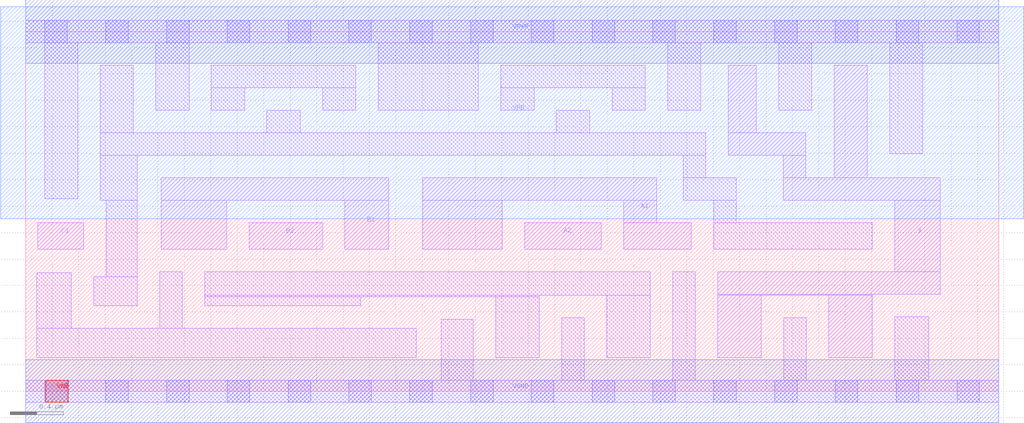
<source format=lef>
# Copyright 2020 The SkyWater PDK Authors
#
# Licensed under the Apache License, Version 2.0 (the "License");
# you may not use this file except in compliance with the License.
# You may obtain a copy of the License at
#
#     https://www.apache.org/licenses/LICENSE-2.0
#
# Unless required by applicable law or agreed to in writing, software
# distributed under the License is distributed on an "AS IS" BASIS,
# WITHOUT WARRANTIES OR CONDITIONS OF ANY KIND, either express or implied.
# See the License for the specific language governing permissions and
# limitations under the License.
#
# SPDX-License-Identifier: Apache-2.0

VERSION 5.7 ;
  NOWIREEXTENSIONATPIN ON ;
  DIVIDERCHAR "/" ;
  BUSBITCHARS "[]" ;
MACRO sky130_fd_sc_hd__o221a_4
  CLASS CORE ;
  FOREIGN sky130_fd_sc_hd__o221a_4 ;
  ORIGIN  0.000000  0.000000 ;
  SIZE  7.360000 BY  2.720000 ;
  SYMMETRY X Y R90 ;
  SITE unithd ;
  PIN A1
    ANTENNAGATEAREA  0.495000 ;
    DIRECTION INPUT ;
    USE SIGNAL ;
    PORT
      LAYER li1 ;
        RECT 3.005000 1.075000 3.605000 1.445000 ;
        RECT 3.005000 1.445000 4.775000 1.615000 ;
        RECT 4.525000 1.075000 5.035000 1.275000 ;
        RECT 4.525000 1.275000 4.775000 1.445000 ;
    END
  END A1
  PIN A2
    ANTENNAGATEAREA  0.495000 ;
    DIRECTION INPUT ;
    USE SIGNAL ;
    PORT
      LAYER li1 ;
        RECT 3.775000 1.075000 4.355000 1.275000 ;
    END
  END A2
  PIN B1
    ANTENNAGATEAREA  0.495000 ;
    DIRECTION INPUT ;
    USE SIGNAL ;
    PORT
      LAYER li1 ;
        RECT 1.025000 1.075000 1.520000 1.445000 ;
        RECT 1.025000 1.445000 2.745000 1.615000 ;
        RECT 2.415000 1.075000 2.745000 1.445000 ;
    END
  END B1
  PIN B2
    ANTENNAGATEAREA  0.495000 ;
    DIRECTION INPUT ;
    USE SIGNAL ;
    PORT
      LAYER li1 ;
        RECT 1.690000 1.075000 2.245000 1.275000 ;
    END
  END B2
  PIN C1
    ANTENNAGATEAREA  0.495000 ;
    DIRECTION INPUT ;
    USE SIGNAL ;
    PORT
      LAYER li1 ;
        RECT 0.090000 1.075000 0.440000 1.275000 ;
    END
  END C1
  PIN VNB
    PORT
      LAYER pwell ;
        RECT 0.150000 -0.085000 0.320000 0.085000 ;
    END
  END VNB
  PIN VPB
    PORT
      LAYER nwell ;
        RECT -0.190000 1.305000 7.550000 2.910000 ;
    END
  END VPB
  PIN X
    ANTENNADIFFAREA  0.891000 ;
    DIRECTION OUTPUT ;
    USE SIGNAL ;
    PORT
      LAYER li1 ;
        RECT 5.235000 0.255000 5.565000 0.725000 ;
        RECT 5.235000 0.725000 6.405000 0.735000 ;
        RECT 5.235000 0.735000 6.920000 0.905000 ;
        RECT 5.315000 1.785000 5.900000 1.955000 ;
        RECT 5.315000 1.955000 5.525000 2.465000 ;
        RECT 5.730000 1.445000 6.920000 1.615000 ;
        RECT 5.730000 1.615000 5.900000 1.785000 ;
        RECT 6.075000 0.255000 6.405000 0.725000 ;
        RECT 6.115000 1.615000 6.365000 2.465000 ;
        RECT 6.575000 0.905000 6.920000 1.445000 ;
    END
  END X
  PIN VGND
    DIRECTION INOUT ;
    SHAPE ABUTMENT ;
    USE GROUND ;
    PORT
      LAYER met1 ;
        RECT 0.000000 -0.240000 7.360000 0.240000 ;
    END
  END VGND
  PIN VPWR
    DIRECTION INOUT ;
    SHAPE ABUTMENT ;
    USE POWER ;
    PORT
      LAYER met1 ;
        RECT 0.000000 2.480000 7.360000 2.960000 ;
    END
  END VPWR
  OBS
    LAYER li1 ;
      RECT 0.000000 -0.085000 7.360000 0.085000 ;
      RECT 0.000000  2.635000 7.360000 2.805000 ;
      RECT 0.085000  0.255000 2.955000 0.475000 ;
      RECT 0.085000  0.475000 0.345000 0.895000 ;
      RECT 0.145000  1.455000 0.395000 2.635000 ;
      RECT 0.515000  0.645000 0.845000 0.865000 ;
      RECT 0.565000  1.445000 0.845000 1.785000 ;
      RECT 0.565000  1.785000 5.145000 1.955000 ;
      RECT 0.565000  1.955000 0.815000 2.465000 ;
      RECT 0.610000  0.865000 0.845000 1.445000 ;
      RECT 0.985000  2.125000 1.235000 2.635000 ;
      RECT 1.015000  0.475000 1.185000 0.905000 ;
      RECT 1.355000  0.645000 2.535000 0.715000 ;
      RECT 1.355000  0.715000 3.885000 0.725000 ;
      RECT 1.355000  0.725000 4.725000 0.905000 ;
      RECT 1.405000  2.125000 1.655000 2.295000 ;
      RECT 1.405000  2.295000 2.495000 2.465000 ;
      RECT 1.825000  1.955000 2.075000 2.125000 ;
      RECT 2.245000  2.125000 2.495000 2.295000 ;
      RECT 2.665000  2.125000 3.425000 2.635000 ;
      RECT 3.145000  0.085000 3.385000 0.545000 ;
      RECT 3.555000  0.255000 3.885000 0.715000 ;
      RECT 3.595000  2.125000 3.845000 2.295000 ;
      RECT 3.595000  2.295000 4.685000 2.465000 ;
      RECT 4.015000  1.955000 4.265000 2.125000 ;
      RECT 4.055000  0.085000 4.225000 0.555000 ;
      RECT 4.395000  0.255000 4.725000 0.725000 ;
      RECT 4.435000  2.125000 4.685000 2.295000 ;
      RECT 4.855000  2.125000 5.105000 2.635000 ;
      RECT 4.895000  0.085000 5.065000 0.905000 ;
      RECT 4.975000  1.445000 5.375000 1.615000 ;
      RECT 4.975000  1.615000 5.145000 1.785000 ;
      RECT 5.205000  1.075000 6.405000 1.275000 ;
      RECT 5.205000  1.275000 5.375000 1.445000 ;
      RECT 5.695000  2.125000 5.945000 2.635000 ;
      RECT 5.735000  0.085000 5.905000 0.555000 ;
      RECT 6.535000  1.795000 6.785000 2.635000 ;
      RECT 6.575000  0.085000 6.830000 0.565000 ;
    LAYER mcon ;
      RECT 0.145000 -0.085000 0.315000 0.085000 ;
      RECT 0.145000  2.635000 0.315000 2.805000 ;
      RECT 0.605000 -0.085000 0.775000 0.085000 ;
      RECT 0.605000  2.635000 0.775000 2.805000 ;
      RECT 1.065000 -0.085000 1.235000 0.085000 ;
      RECT 1.065000  2.635000 1.235000 2.805000 ;
      RECT 1.525000 -0.085000 1.695000 0.085000 ;
      RECT 1.525000  2.635000 1.695000 2.805000 ;
      RECT 1.985000 -0.085000 2.155000 0.085000 ;
      RECT 1.985000  2.635000 2.155000 2.805000 ;
      RECT 2.445000 -0.085000 2.615000 0.085000 ;
      RECT 2.445000  2.635000 2.615000 2.805000 ;
      RECT 2.905000 -0.085000 3.075000 0.085000 ;
      RECT 2.905000  2.635000 3.075000 2.805000 ;
      RECT 3.365000 -0.085000 3.535000 0.085000 ;
      RECT 3.365000  2.635000 3.535000 2.805000 ;
      RECT 3.825000 -0.085000 3.995000 0.085000 ;
      RECT 3.825000  2.635000 3.995000 2.805000 ;
      RECT 4.285000 -0.085000 4.455000 0.085000 ;
      RECT 4.285000  2.635000 4.455000 2.805000 ;
      RECT 4.745000 -0.085000 4.915000 0.085000 ;
      RECT 4.745000  2.635000 4.915000 2.805000 ;
      RECT 5.205000 -0.085000 5.375000 0.085000 ;
      RECT 5.205000  2.635000 5.375000 2.805000 ;
      RECT 5.665000 -0.085000 5.835000 0.085000 ;
      RECT 5.665000  2.635000 5.835000 2.805000 ;
      RECT 6.125000 -0.085000 6.295000 0.085000 ;
      RECT 6.125000  2.635000 6.295000 2.805000 ;
      RECT 6.585000 -0.085000 6.755000 0.085000 ;
      RECT 6.585000  2.635000 6.755000 2.805000 ;
      RECT 7.045000 -0.085000 7.215000 0.085000 ;
      RECT 7.045000  2.635000 7.215000 2.805000 ;
  END
END sky130_fd_sc_hd__o221a_4
END LIBRARY

</source>
